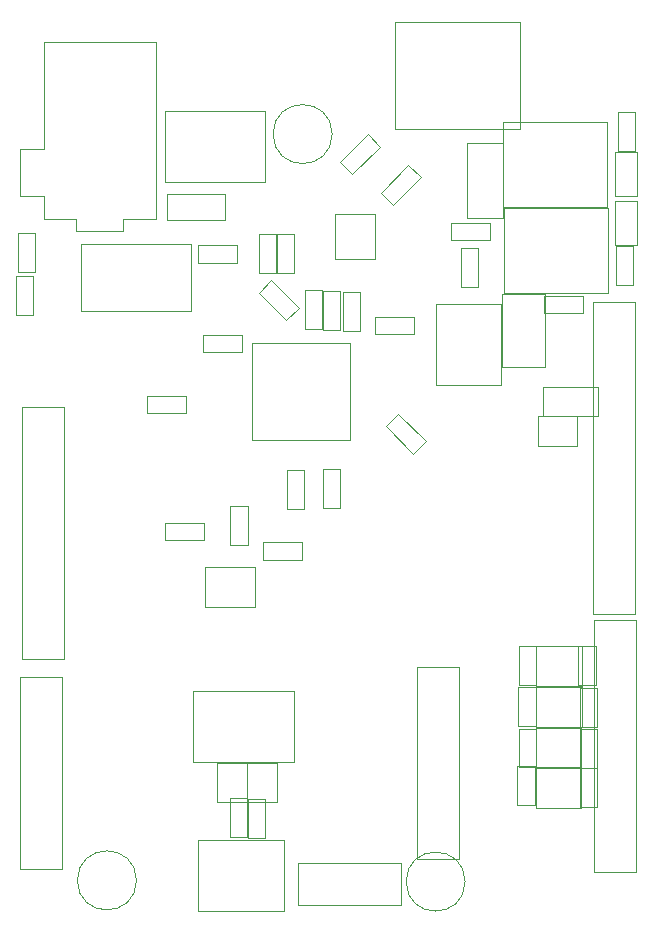
<source format=gbr>
%TF.GenerationSoftware,KiCad,Pcbnew,7.0.10*%
%TF.CreationDate,2024-03-24T00:00:08+05:30*%
%TF.ProjectId,rp2040-basic-m1,72703230-3430-42d6-9261-7369632d6d31,V2.2.5*%
%TF.SameCoordinates,Original*%
%TF.FileFunction,Other,User*%
%FSLAX46Y46*%
G04 Gerber Fmt 4.6, Leading zero omitted, Abs format (unit mm)*
G04 Created by KiCad (PCBNEW 7.0.10) date 2024-03-24 00:00:08*
%MOMM*%
%LPD*%
G01*
G04 APERTURE LIST*
%ADD10C,0.050000*%
G04 APERTURE END LIST*
D10*
%TO.C,SW2*%
X84700000Y-22810500D02*
X93200000Y-22810500D01*
X84700000Y-28810500D02*
X84700000Y-22810500D01*
X93200000Y-22810500D02*
X93200000Y-28810500D01*
X93200000Y-28810500D02*
X84700000Y-28810500D01*
%TO.C,C6*%
X86480000Y-48370000D02*
X83180000Y-48370000D01*
X86480000Y-46910000D02*
X86480000Y-48370000D01*
X83180000Y-48370000D02*
X83180000Y-46910000D01*
X83180000Y-46910000D02*
X86480000Y-46910000D01*
%TO.C,U2*%
X113400000Y-31000000D02*
X113400000Y-38200000D01*
X113400000Y-38200000D02*
X122200000Y-38200000D01*
X122200000Y-31000000D02*
X113400000Y-31000000D01*
X122200000Y-38200000D02*
X122200000Y-31000000D01*
%TO.C,J7*%
X106050000Y-69880500D02*
X109600000Y-69880500D01*
X106050000Y-86130500D02*
X106050000Y-69880500D01*
X109600000Y-69880500D02*
X109600000Y-86130500D01*
X109600000Y-86130500D02*
X106050000Y-86130500D01*
%TO.C,REF\u002A\u002A*%
X98870000Y-24760500D02*
G75*
G03*
X93870000Y-24760500I-2500000J0D01*
G01*
X93870000Y-24760500D02*
G75*
G03*
X98870000Y-24760500I2500000J0D01*
G01*
%TO.C,J5*%
X76000000Y-87000000D02*
X72450000Y-87000000D01*
X76000000Y-70750000D02*
X76000000Y-87000000D01*
X72450000Y-87000000D02*
X72450000Y-70750000D01*
X72450000Y-70750000D02*
X76000000Y-70750000D01*
%TO.C,R20*%
X121310000Y-78450000D02*
X121310000Y-81750000D01*
X119850000Y-78450000D02*
X121310000Y-78450000D01*
X121310000Y-81750000D02*
X119850000Y-81750000D01*
X119850000Y-81750000D02*
X119850000Y-78450000D01*
%TO.C,R8*%
X124360000Y-34220000D02*
X124360000Y-37520000D01*
X122900000Y-34220000D02*
X124360000Y-34220000D01*
X124360000Y-37520000D02*
X122900000Y-37520000D01*
X122900000Y-37520000D02*
X122900000Y-34220000D01*
%TO.C,J6*%
X72600000Y-47890500D02*
X76150000Y-47890500D01*
X72600000Y-69240500D02*
X72600000Y-47890500D01*
X76150000Y-47890500D02*
X76150000Y-69240500D01*
X76150000Y-69240500D02*
X72600000Y-69240500D01*
%TO.C,JP3*%
X121350000Y-48652500D02*
X121350000Y-46152500D01*
X121350000Y-48652500D02*
X116750000Y-48652500D01*
X116750000Y-46152500D02*
X121350000Y-46152500D01*
X116750000Y-46152500D02*
X116750000Y-48652500D01*
%TO.C,Q5*%
X116150000Y-71570000D02*
X116150000Y-74970000D01*
X116150000Y-74970000D02*
X119990000Y-74970000D01*
X119990000Y-71570000D02*
X116150000Y-71570000D01*
X119990000Y-74970000D02*
X119990000Y-71570000D01*
%TO.C,C5*%
X95000538Y-40522914D02*
X92667086Y-38189462D01*
X96032914Y-39490538D02*
X95000538Y-40522914D01*
X92667086Y-38189462D02*
X93699462Y-37157086D01*
X93699462Y-37157086D02*
X96032914Y-39490538D01*
%TO.C,R16*%
X90250000Y-59552500D02*
X90250000Y-56252500D01*
X91710000Y-59552500D02*
X90250000Y-59552500D01*
X90250000Y-56252500D02*
X91710000Y-56252500D01*
X91710000Y-56252500D02*
X91710000Y-59552500D01*
%TO.C,J3*%
X124520000Y-65420500D02*
X120970000Y-65420500D01*
X124520000Y-39020500D02*
X124520000Y-65420500D01*
X120970000Y-65420500D02*
X120970000Y-39020500D01*
X120970000Y-39020500D02*
X124520000Y-39020500D01*
%TO.C,R21*%
X121290000Y-75120000D02*
X121290000Y-78420000D01*
X119830000Y-75120000D02*
X121290000Y-75120000D01*
X121290000Y-78420000D02*
X119830000Y-78420000D01*
X119830000Y-78420000D02*
X119830000Y-75120000D01*
%TO.C,C7*%
X91272000Y-43204500D02*
X87972000Y-43204500D01*
X91272000Y-41744500D02*
X91272000Y-43204500D01*
X87972000Y-43204500D02*
X87972000Y-41744500D01*
X87972000Y-41744500D02*
X91272000Y-41744500D01*
%TO.C,C1*%
X93027500Y-59330000D02*
X96327500Y-59330000D01*
X93027500Y-60790000D02*
X93027500Y-59330000D01*
X96327500Y-59330000D02*
X96327500Y-60790000D01*
X96327500Y-60790000D02*
X93027500Y-60790000D01*
%TO.C,D3*%
X102498000Y-31489000D02*
X99098000Y-31489000D01*
X99098000Y-31489000D02*
X99098000Y-35329000D01*
X102498000Y-35329000D02*
X102498000Y-31489000D01*
X99098000Y-35329000D02*
X102498000Y-35329000D01*
%TO.C,Q4*%
X116107500Y-75030000D02*
X116107500Y-78430000D01*
X116107500Y-78430000D02*
X119947500Y-78430000D01*
X119947500Y-75030000D02*
X116107500Y-75030000D01*
X119947500Y-78430000D02*
X119947500Y-75030000D01*
%TO.C,Y1*%
X88130000Y-61400000D02*
X88130000Y-64800000D01*
X88130000Y-64800000D02*
X92330000Y-64800000D01*
X92330000Y-61400000D02*
X88130000Y-61400000D01*
X92330000Y-64800000D02*
X92330000Y-61400000D01*
%TO.C,JP4*%
X116270000Y-48630000D02*
X116270000Y-51130000D01*
X116270000Y-48630000D02*
X119570000Y-48630000D01*
X119570000Y-51130000D02*
X116270000Y-51130000D01*
X119570000Y-51130000D02*
X119570000Y-48630000D01*
%TO.C,F1*%
X84862500Y-29820000D02*
X89762500Y-29820000D01*
X84862500Y-32060000D02*
X84862500Y-29820000D01*
X89762500Y-29820000D02*
X89762500Y-32060000D01*
X89762500Y-32060000D02*
X84862500Y-32060000D01*
%TO.C,C15*%
X87477500Y-34190000D02*
X90777500Y-34190000D01*
X87477500Y-35650000D02*
X87477500Y-34190000D01*
X90777500Y-34190000D02*
X90777500Y-35650000D01*
X90777500Y-35650000D02*
X87477500Y-35650000D01*
%TO.C,C3*%
X92634300Y-36540000D02*
X92634300Y-33240000D01*
X94094300Y-36540000D02*
X92634300Y-36540000D01*
X92634300Y-33240000D02*
X94094300Y-33240000D01*
X94094300Y-33240000D02*
X94094300Y-36540000D01*
%TO.C,R14*%
X114710000Y-71430000D02*
X114710000Y-68130000D01*
X116170000Y-71430000D02*
X114710000Y-71430000D01*
X114710000Y-68130000D02*
X116170000Y-68130000D01*
X116170000Y-68130000D02*
X116170000Y-71430000D01*
%TO.C,C9*%
X104455462Y-48455586D02*
X106788914Y-50789038D01*
X103423086Y-49487962D02*
X104455462Y-48455586D01*
X106788914Y-50789038D02*
X105756538Y-51821414D01*
X105756538Y-51821414D02*
X103423086Y-49487962D01*
%TO.C,U4*%
X113350000Y-23700000D02*
X113350000Y-30900000D01*
X113350000Y-30900000D02*
X122150000Y-30900000D01*
X122150000Y-23700000D02*
X113350000Y-23700000D01*
X122150000Y-30900000D02*
X122150000Y-23700000D01*
%TO.C,R13*%
X114630000Y-74890000D02*
X114630000Y-71590000D01*
X116090000Y-74890000D02*
X114630000Y-74890000D01*
X114630000Y-71590000D02*
X116090000Y-71590000D01*
X116090000Y-71590000D02*
X116090000Y-74890000D01*
%TO.C,R4*%
X99530000Y-38032500D02*
X99530000Y-41332500D01*
X98070000Y-38032500D02*
X99530000Y-38032500D01*
X99530000Y-41332500D02*
X98070000Y-41332500D01*
X98070000Y-41332500D02*
X98070000Y-38032500D01*
%TO.C,JP2*%
X91670000Y-81340000D02*
X94170000Y-81340000D01*
X91670000Y-81340000D02*
X91670000Y-78040000D01*
X94170000Y-78040000D02*
X94170000Y-81340000D01*
X94170000Y-78040000D02*
X91670000Y-78040000D01*
%TO.C,J2*%
X87500000Y-84530000D02*
X94800000Y-84530000D01*
X87500000Y-90580000D02*
X87500000Y-84530000D01*
X94800000Y-84530000D02*
X94800000Y-90580000D01*
X94800000Y-90580000D02*
X87500000Y-90580000D01*
%TO.C,C14*%
X109750000Y-37682500D02*
X109750000Y-34382500D01*
X111210000Y-37682500D02*
X109750000Y-37682500D01*
X109750000Y-34382500D02*
X111210000Y-34382500D01*
X111210000Y-34382500D02*
X111210000Y-37682500D01*
%TO.C,D5*%
X122800000Y-30010500D02*
X122800000Y-26310500D01*
X124700000Y-30010500D02*
X122800000Y-30010500D01*
X122800000Y-26310500D02*
X124700000Y-26310500D01*
X124700000Y-26310500D02*
X124700000Y-30010500D01*
%TO.C,C12*%
X99790000Y-41440000D02*
X99790000Y-38140000D01*
X101250000Y-41440000D02*
X99790000Y-41440000D01*
X99790000Y-38140000D02*
X101250000Y-38140000D01*
X101250000Y-38140000D02*
X101250000Y-41440000D01*
%TO.C,R2*%
X106362914Y-28419462D02*
X104029462Y-30752914D01*
X105330538Y-27387086D02*
X106362914Y-28419462D01*
X104029462Y-30752914D02*
X102997086Y-29720538D01*
X102997086Y-29720538D02*
X105330538Y-27387086D01*
%TO.C,R1*%
X124490000Y-22870000D02*
X124490000Y-26170000D01*
X123030000Y-22870000D02*
X124490000Y-22870000D01*
X124490000Y-26170000D02*
X123030000Y-26170000D01*
X123030000Y-26170000D02*
X123030000Y-22870000D01*
%TO.C,R11*%
X114560000Y-81572500D02*
X114560000Y-78272500D01*
X116020000Y-81572500D02*
X114560000Y-81572500D01*
X114560000Y-78272500D02*
X116020000Y-78272500D01*
X116020000Y-78272500D02*
X116020000Y-81572500D01*
%TO.C,J10*%
X116870000Y-44485000D02*
X116870000Y-38335000D01*
X116870000Y-38335000D02*
X113270000Y-38335000D01*
X113270000Y-44485000D02*
X116870000Y-44485000D01*
X113270000Y-38335000D02*
X113270000Y-44485000D01*
%TO.C,U1*%
X92106000Y-42418500D02*
X92106000Y-50658500D01*
X92106000Y-50658500D02*
X100346000Y-50658500D01*
X100346000Y-42418500D02*
X92106000Y-42418500D01*
X100346000Y-50658500D02*
X100346000Y-42418500D01*
%TO.C,Q3*%
X116130000Y-78380000D02*
X116130000Y-81780000D01*
X116130000Y-81780000D02*
X119970000Y-81780000D01*
X119970000Y-78380000D02*
X116130000Y-78380000D01*
X119970000Y-81780000D02*
X119970000Y-78380000D01*
%TO.C,R22*%
X121330000Y-71640000D02*
X121330000Y-74940000D01*
X119870000Y-71640000D02*
X121330000Y-71640000D01*
X121330000Y-74940000D02*
X119870000Y-74940000D01*
X119870000Y-74940000D02*
X119870000Y-71640000D01*
%TO.C,JP1*%
X89140000Y-81330000D02*
X91640000Y-81330000D01*
X89140000Y-81330000D02*
X89140000Y-78030000D01*
X91640000Y-78030000D02*
X91640000Y-81330000D01*
X91640000Y-78030000D02*
X89140000Y-78030000D01*
%TO.C,J1*%
X114795000Y-24335500D02*
X104155000Y-24335500D01*
X114795000Y-15305500D02*
X114795000Y-24335500D01*
X104155000Y-24335500D02*
X104155000Y-15305500D01*
X104155000Y-15305500D02*
X114795000Y-15305500D01*
%TO.C,R6*%
X73730000Y-33110000D02*
X73730000Y-36410000D01*
X72270000Y-33110000D02*
X73730000Y-33110000D01*
X73730000Y-36410000D02*
X72270000Y-36410000D01*
X72270000Y-36410000D02*
X72270000Y-33110000D01*
%TO.C,C11*%
X96520000Y-53193000D02*
X96520000Y-56493000D01*
X95060000Y-53193000D02*
X96520000Y-53193000D01*
X96520000Y-56493000D02*
X95060000Y-56493000D01*
X95060000Y-56493000D02*
X95060000Y-53193000D01*
%TO.C,R5*%
X98020000Y-38002500D02*
X98020000Y-41302500D01*
X96560000Y-38002500D02*
X98020000Y-38002500D01*
X98020000Y-41302500D02*
X96560000Y-41302500D01*
X96560000Y-41302500D02*
X96560000Y-38002500D01*
%TO.C,C10*%
X102500000Y-40230500D02*
X105800000Y-40230500D01*
X102500000Y-41690500D02*
X102500000Y-40230500D01*
X105800000Y-40230500D02*
X105800000Y-41690500D01*
X105800000Y-41690500D02*
X102500000Y-41690500D01*
%TO.C,D4*%
X124700000Y-30460500D02*
X124700000Y-34160500D01*
X122800000Y-30460500D02*
X124700000Y-30460500D01*
X124700000Y-34160500D02*
X122800000Y-34160500D01*
X122800000Y-34160500D02*
X122800000Y-30460500D01*
%TO.C,U3*%
X77606000Y-34026500D02*
X77606000Y-39746500D01*
X77606000Y-39746500D02*
X86906000Y-39746500D01*
X86906000Y-34026500D02*
X77606000Y-34026500D01*
X86906000Y-39746500D02*
X86906000Y-34026500D01*
%TO.C,SW1*%
X87130000Y-71930000D02*
X95630000Y-71930000D01*
X87130000Y-77930000D02*
X87130000Y-71930000D01*
X95630000Y-71930000D02*
X95630000Y-77930000D01*
X95630000Y-77930000D02*
X87130000Y-77930000D01*
%TO.C,Q6*%
X116170000Y-68070000D02*
X116170000Y-71470000D01*
X116170000Y-71470000D02*
X120010000Y-71470000D01*
X120010000Y-68070000D02*
X116170000Y-68070000D01*
X120010000Y-71470000D02*
X120010000Y-68070000D01*
%TO.C,R12*%
X114650000Y-78390000D02*
X114650000Y-75090000D01*
X116110000Y-78390000D02*
X114650000Y-78390000D01*
X114650000Y-75090000D02*
X116110000Y-75090000D01*
X116110000Y-75090000D02*
X116110000Y-78390000D01*
%TO.C,D2*%
X113180000Y-39120000D02*
X107680000Y-39120000D01*
X107680000Y-39120000D02*
X107680000Y-46020000D01*
X113180000Y-46020000D02*
X113180000Y-39120000D01*
X107680000Y-46020000D02*
X113180000Y-46020000D01*
%TO.C,R23*%
X121180000Y-68120000D02*
X121180000Y-71420000D01*
X119720000Y-68120000D02*
X121180000Y-68120000D01*
X121180000Y-71420000D02*
X119720000Y-71420000D01*
X119720000Y-71420000D02*
X119720000Y-68120000D01*
%TO.C,J4*%
X124575000Y-87280000D02*
X121025000Y-87280000D01*
X124575000Y-65930000D02*
X124575000Y-87280000D01*
X121025000Y-87280000D02*
X121025000Y-65930000D01*
X121025000Y-65930000D02*
X124575000Y-65930000D01*
%TO.C,C4*%
X94158300Y-36540000D02*
X94158300Y-33240000D01*
X95618300Y-36540000D02*
X94158300Y-36540000D01*
X94158300Y-33240000D02*
X95618300Y-33240000D01*
X95618300Y-33240000D02*
X95618300Y-36540000D01*
%TO.C,R33*%
X98100000Y-56412500D02*
X98100000Y-53112500D01*
X99560000Y-56412500D02*
X98100000Y-56412500D01*
X98100000Y-53112500D02*
X99560000Y-53112500D01*
X99560000Y-53112500D02*
X99560000Y-56412500D01*
%TO.C,J9*%
X74448000Y-16992500D02*
X83948000Y-16992500D01*
X74448000Y-25992500D02*
X74448000Y-16992500D01*
X72448000Y-25992500D02*
X74448000Y-25992500D01*
X74448000Y-29992500D02*
X72448000Y-29992500D01*
X72448000Y-29992500D02*
X72448000Y-25992500D01*
X83948000Y-31992500D02*
X83948000Y-16992500D01*
X83698000Y-31992500D02*
X83948000Y-31992500D01*
X83698000Y-31992500D02*
X81198000Y-31992500D01*
X81198000Y-31992500D02*
X81198000Y-32992500D01*
X77198000Y-31992500D02*
X74448000Y-31992500D01*
X74448000Y-31992500D02*
X74448000Y-29992500D01*
X81198000Y-32992500D02*
X77198000Y-32992500D01*
X77198000Y-32992500D02*
X77198000Y-31992500D01*
%TO.C,C2*%
X88002500Y-59130000D02*
X84702500Y-59130000D01*
X88002500Y-57670000D02*
X88002500Y-59130000D01*
X84702500Y-59130000D02*
X84702500Y-57670000D01*
X84702500Y-57670000D02*
X88002500Y-57670000D01*
%TO.C,J8*%
X96020000Y-90000000D02*
X96020000Y-86450000D01*
X104670000Y-90000000D02*
X96020000Y-90000000D01*
X96020000Y-86450000D02*
X104670000Y-86450000D01*
X104670000Y-86450000D02*
X104670000Y-90000000D01*
%TO.C,C13*%
X112272500Y-33760000D02*
X108972500Y-33760000D01*
X112272500Y-32300000D02*
X112272500Y-33760000D01*
X108972500Y-33760000D02*
X108972500Y-32300000D01*
X108972500Y-32300000D02*
X112272500Y-32300000D01*
%TO.C,R3*%
X102922914Y-25829462D02*
X100589462Y-28162914D01*
X101890538Y-24797086D02*
X102922914Y-25829462D01*
X100589462Y-28162914D02*
X99557086Y-27130538D01*
X99557086Y-27130538D02*
X101890538Y-24797086D01*
%TO.C,REF\u002A\u002A*%
X110130000Y-88050500D02*
G75*
G03*
X105130000Y-88050500I-2500000J0D01*
G01*
X105130000Y-88050500D02*
G75*
G03*
X110130000Y-88050500I2500000J0D01*
G01*
%TO.C,C8*%
X116800000Y-38480500D02*
X120100000Y-38480500D01*
X116800000Y-39940500D02*
X116800000Y-38480500D01*
X120100000Y-38480500D02*
X120100000Y-39940500D01*
X120100000Y-39940500D02*
X116800000Y-39940500D01*
%TO.C,REF\u002A\u002A*%
X82300000Y-87950000D02*
G75*
G03*
X77300000Y-87950000I-2500000J0D01*
G01*
X77300000Y-87950000D02*
G75*
G03*
X82300000Y-87950000I2500000J0D01*
G01*
%TO.C,R15*%
X91730000Y-84400000D02*
X91730000Y-81100000D01*
X93190000Y-84400000D02*
X91730000Y-84400000D01*
X91730000Y-81100000D02*
X93190000Y-81100000D01*
X93190000Y-81100000D02*
X93190000Y-84400000D01*
%TO.C,R7*%
X72090000Y-40080000D02*
X72090000Y-36780000D01*
X73550000Y-40080000D02*
X72090000Y-40080000D01*
X72090000Y-36780000D02*
X73550000Y-36780000D01*
X73550000Y-36780000D02*
X73550000Y-40080000D01*
%TO.C,R17*%
X90230000Y-84300000D02*
X90230000Y-81000000D01*
X91690000Y-84300000D02*
X90230000Y-84300000D01*
X90230000Y-81000000D02*
X91690000Y-81000000D01*
X91690000Y-81000000D02*
X91690000Y-84300000D01*
%TO.C,D1*%
X110300000Y-31850000D02*
X113300000Y-31850000D01*
X110300000Y-31850000D02*
X110300000Y-25550000D01*
X110300000Y-25550000D02*
X113300000Y-25550000D01*
X113300000Y-25550000D02*
X113300000Y-31850000D01*
%TD*%
M02*

</source>
